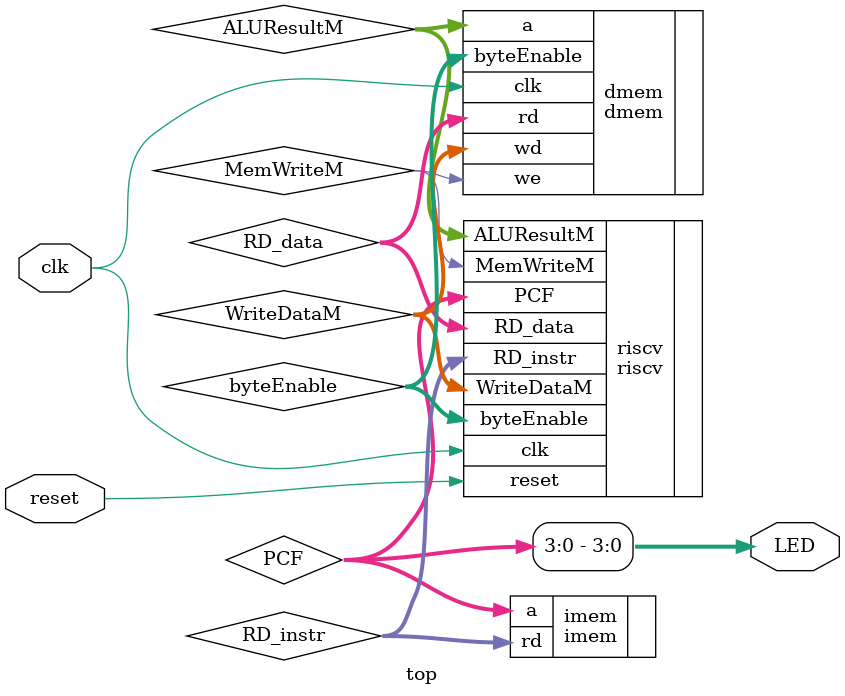
<source format=sv>

`timescale 1ns/1ps

module top (
    
        input logic        clk,
        input logic        reset,
        output logic [3:0] LED

    );

    logic [31:0] ALUResultM;
    logic [31:0] PCF;
    logic [31:0] RD_instr;
    logic [31:0] RD_data;
    logic [31:0] WriteDataM;
    logic MemWriteM;
    logic [3:0] byteEnable; 

    riscv riscv(

        .clk        (clk),
        .reset      (reset),
        .RD_instr   (RD_instr),
        .RD_data    (RD_data),
        .PCF        (PCF),
        .ALUResultM (ALUResultM),
        .WriteDataM (WriteDataM),
        .MemWriteM  (MemWriteM),
        .byteEnable (byteEnable)

    );

    imem imem(
        
        .a  (PCF),
        .rd (RD_instr)
        
    );

    dmem dmem(
        
        .clk        (clk),
        .we         (MemWriteM),
        .byteEnable (byteEnable),
        .a          (ALUResultM),
        .wd         (WriteDataM),
        .rd         (RD_data)
        
    );

    assign LED = PCF[3:0];
    
endmodule
</source>
